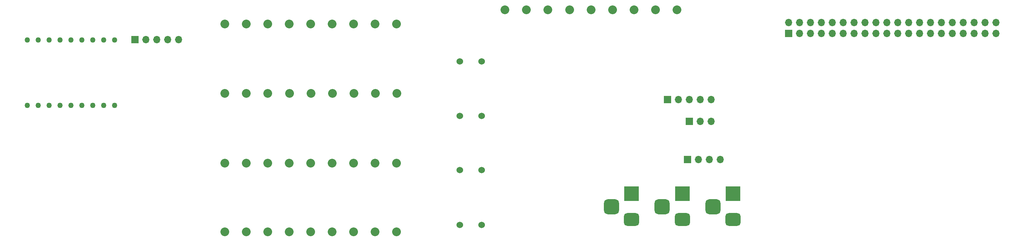
<source format=gbs>
G04 #@! TF.GenerationSoftware,KiCad,Pcbnew,(6.0.6)*
G04 #@! TF.CreationDate,2023-06-19T20:01:57+09:30*
G04 #@! TF.ProjectId,RPi Arcade Hat V0-3,52506920-4172-4636-9164-652048617420,rev?*
G04 #@! TF.SameCoordinates,Original*
G04 #@! TF.FileFunction,Soldermask,Bot*
G04 #@! TF.FilePolarity,Negative*
%FSLAX46Y46*%
G04 Gerber Fmt 4.6, Leading zero omitted, Abs format (unit mm)*
G04 Created by KiCad (PCBNEW (6.0.6)) date 2023-06-19 20:01:57*
%MOMM*%
%LPD*%
G01*
G04 APERTURE LIST*
G04 Aperture macros list*
%AMRoundRect*
0 Rectangle with rounded corners*
0 $1 Rounding radius*
0 $2 $3 $4 $5 $6 $7 $8 $9 X,Y pos of 4 corners*
0 Add a 4 corners polygon primitive as box body*
4,1,4,$2,$3,$4,$5,$6,$7,$8,$9,$2,$3,0*
0 Add four circle primitives for the rounded corners*
1,1,$1+$1,$2,$3*
1,1,$1+$1,$4,$5*
1,1,$1+$1,$6,$7*
1,1,$1+$1,$8,$9*
0 Add four rect primitives between the rounded corners*
20,1,$1+$1,$2,$3,$4,$5,0*
20,1,$1+$1,$4,$5,$6,$7,0*
20,1,$1+$1,$6,$7,$8,$9,0*
20,1,$1+$1,$8,$9,$2,$3,0*%
G04 Aperture macros list end*
%ADD10R,1.700000X1.700000*%
%ADD11O,1.700000X1.700000*%
%ADD12C,1.524000*%
%ADD13R,3.500000X3.500000*%
%ADD14RoundRect,0.750000X1.000000X-0.750000X1.000000X0.750000X-1.000000X0.750000X-1.000000X-0.750000X0*%
%ADD15RoundRect,0.875000X0.875000X-0.875000X0.875000X0.875000X-0.875000X0.875000X-0.875000X-0.875000X0*%
%ADD16C,2.032000*%
%ADD17C,1.270000*%
G04 APERTURE END LIST*
D10*
X70242200Y-81909650D03*
D11*
X72782200Y-81909650D03*
X75322200Y-81909650D03*
X77862200Y-81909650D03*
X80402200Y-81909650D03*
D10*
X222382000Y-80446800D03*
D11*
X222382000Y-77906800D03*
X224922000Y-80446800D03*
X224922000Y-77906800D03*
X227462000Y-80446800D03*
X227462000Y-77906800D03*
X230002000Y-80446800D03*
X230002000Y-77906800D03*
X232542000Y-80446800D03*
X232542000Y-77906800D03*
X235082000Y-80446800D03*
X235082000Y-77906800D03*
X237622000Y-80446800D03*
X237622000Y-77906800D03*
X240162000Y-80446800D03*
X240162000Y-77906800D03*
X242702000Y-80446800D03*
X242702000Y-77906800D03*
X245242000Y-80446800D03*
X245242000Y-77906800D03*
X247782000Y-80446800D03*
X247782000Y-77906800D03*
X250322000Y-80446800D03*
X250322000Y-77906800D03*
X252862000Y-80446800D03*
X252862000Y-77906800D03*
X255402000Y-80446800D03*
X255402000Y-77906800D03*
X257942000Y-80446800D03*
X257942000Y-77906800D03*
X260482000Y-80446800D03*
X260482000Y-77906800D03*
X263022000Y-80446800D03*
X263022000Y-77906800D03*
X265562000Y-80446800D03*
X265562000Y-77906800D03*
X268102000Y-80446800D03*
X268102000Y-77906800D03*
X270642000Y-80446800D03*
X270642000Y-77906800D03*
D12*
X145821400Y-99696099D03*
X150901400Y-99696099D03*
D13*
X185818700Y-117850400D03*
D14*
X185818700Y-123850400D03*
D15*
X181118700Y-120850400D03*
D16*
X156377599Y-75006000D03*
X161377599Y-75006000D03*
X166377600Y-75006000D03*
X171377600Y-75006000D03*
X176377600Y-75006000D03*
X181377600Y-75006000D03*
X186377600Y-75006000D03*
X191377600Y-75006000D03*
X196377601Y-75006000D03*
D10*
X194162600Y-95859600D03*
D11*
X196702600Y-95859600D03*
X199242600Y-95859600D03*
X201782600Y-95859600D03*
X204322600Y-95859600D03*
D10*
X199288400Y-100939600D03*
D11*
X201828400Y-100939600D03*
X204368400Y-100939600D03*
D17*
X65462000Y-97251250D03*
X62922000Y-97251250D03*
X60382000Y-97251250D03*
X57842000Y-97251250D03*
X55302000Y-97251250D03*
X52762000Y-97251250D03*
X50222000Y-97251250D03*
X47682000Y-97251250D03*
X45142000Y-97251250D03*
X65462000Y-82011250D03*
X62922000Y-82011250D03*
X60382000Y-82011250D03*
X57842000Y-82011250D03*
X55302000Y-82011250D03*
X52762000Y-82011250D03*
X50222000Y-82011250D03*
X47682000Y-82011250D03*
X45142000Y-82011250D03*
D16*
X91150399Y-78257200D03*
X96150399Y-78257200D03*
X101150400Y-78257200D03*
X106150400Y-78257200D03*
X111150400Y-78257200D03*
X116150400Y-78257200D03*
X121150400Y-78257200D03*
X126150400Y-78257200D03*
X131150401Y-78257200D03*
D13*
X197655100Y-117850400D03*
D14*
X197655100Y-123850400D03*
D15*
X192955100Y-120850400D03*
D16*
X91186000Y-94488000D03*
X96186000Y-94488000D03*
X101186001Y-94488000D03*
X106186001Y-94488000D03*
X111186001Y-94488000D03*
X116186001Y-94488000D03*
X121186001Y-94488000D03*
X126186001Y-94488000D03*
X131186002Y-94488000D03*
D12*
X145872200Y-86996099D03*
X150952200Y-86996099D03*
D16*
X91150399Y-126720400D03*
X96150399Y-126720400D03*
X101150400Y-126720400D03*
X106150400Y-126720400D03*
X111150400Y-126720400D03*
X116150400Y-126720400D03*
X121150400Y-126720400D03*
X126150400Y-126720400D03*
X131150401Y-126720400D03*
D12*
X145821400Y-112345299D03*
X150901400Y-112345299D03*
X145821400Y-125096099D03*
X150901400Y-125096099D03*
D16*
X91150399Y-110693200D03*
X96150399Y-110693200D03*
X101150400Y-110693200D03*
X106150400Y-110693200D03*
X111150400Y-110693200D03*
X116150400Y-110693200D03*
X121150400Y-110693200D03*
X126150400Y-110693200D03*
X131150401Y-110693200D03*
D13*
X209440700Y-117850400D03*
D14*
X209440700Y-123850400D03*
D15*
X204740700Y-120850400D03*
D10*
X198841200Y-109880400D03*
D11*
X201381200Y-109880400D03*
X203921200Y-109880400D03*
X206461200Y-109880400D03*
M02*

</source>
